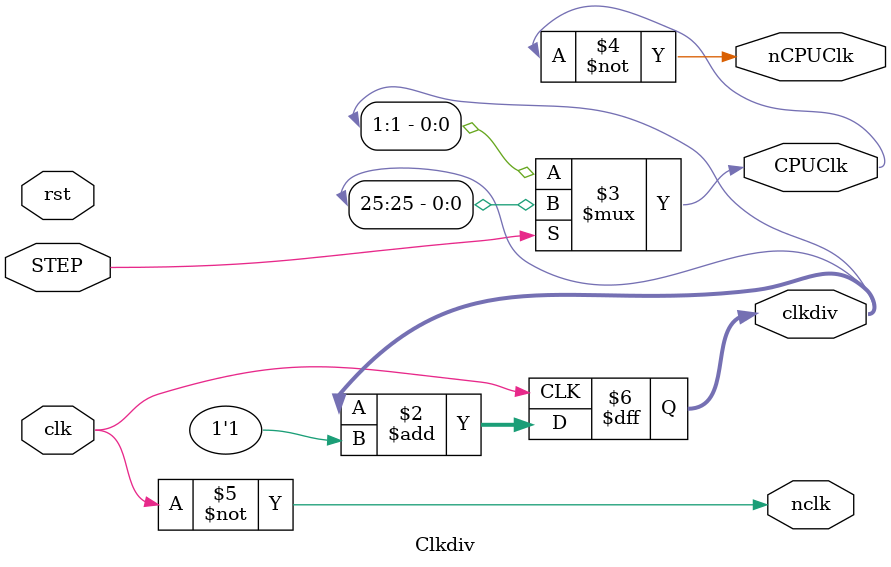
<source format=v>
`timescale 1ns / 1ps
module Clkdiv(input clk,
					input rst,
					input STEP,
					output nclk,
					output reg[31:0]clkdiv,
					output CPUClk,
					output nCPUClk
					);
					
// Clock divider-Ê±ÖÓ·ÖÆµÆ÷


	always @ (posedge clk ) 	//or posedge rst
				clkdiv <= clkdiv + 1'b1;
//		if (rst) clkdiv <= 0; else clkdiv <= clkdiv + 1'b1; 
//	BUFG	
	assign CPUClk = (STEP)? clkdiv[25] : clkdiv[1];
	assign nCPUClk = ~CPUClk;
	assign nclk = ~clk;
		
endmodule

</source>
